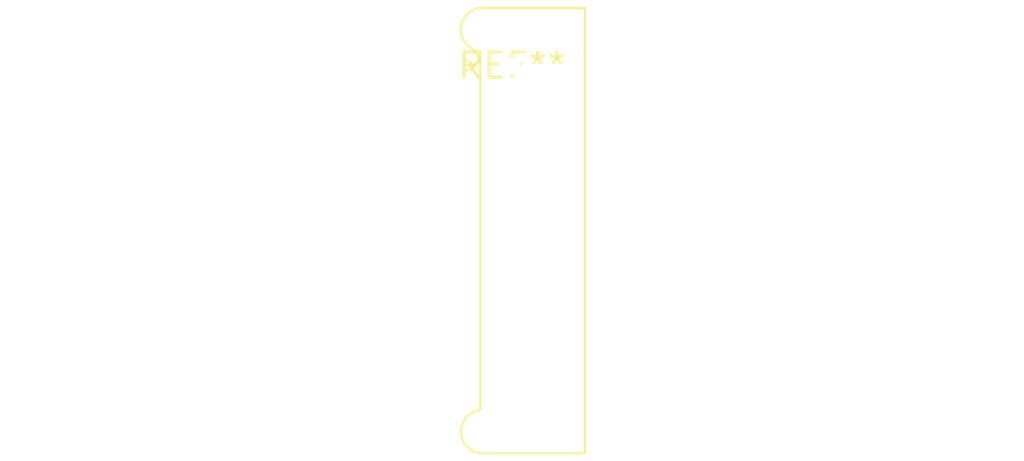
<source format=kicad_pcb>
(kicad_pcb (version 20240108) (generator pcbnew)
  (layers (0 "F.Cu" signal) (31 "B.Cu" signal) (34 "B.Paste" user) (35 "F.Paste" user) (36 "B.SilkS" user "B.Silkscreen") (37 "F.SilkS" user "F.Silkscreen") (38 "B.Mask" user) (39 "F.Mask" user) (44 "Edge.Cuts" user))
  (net 0 "")
  (footprint "Molex_Picoflex_90325-0014_2x07_P1.27mm_Vertical" (layer "F.Cu") (at 0 0)
    (property "Reference" "REF**")
    (property "Value" "Molex_Picoflex_90325-0014_2x07_P1.27mm_Vertical")
    (fp_line (start -2.38 -0.3) (end -2.38 0.3) (layer "F.SilkS") (stroke (width 0.12)))
    (fp_line (start -2.38 0.3) (end -1.78 0) (layer "F.SilkS") (stroke (width 0.12)))
    (fp_line (start -1.78 0) (end -2.38 -0.3) (layer "F.SilkS") (stroke (width 0.12)))
    (fp_line (start -1.61 -0.715) (end -1.61 17.225) (layer "F.SilkS") (stroke (width 0.12)))
    (fp_line (start -1.48 -2.885) (end 3.65 -2.885) (layer "F.SilkS") (stroke (width 0.12)))
    (fp_line (start 3.65 -2.885) (end 3.65 19.395) (layer "F.SilkS") (stroke (width 0.12)))
    (fp_line (start 3.65 19.395) (end -1.48 19.395) (layer "F.SilkS") (stroke (width 0.12)))
    (fp_arc (start -1.61 -0.72) (mid -2.56 -1.93) (end -1.35 -2.88) (layer "F.SilkS") (stroke (width 0.12)))
    (fp_arc (start -1.47 19.395) (mid -2.56 18.414526) (end -1.678256 17.24322) (layer "F.SilkS") (stroke (width 0.12)))
    (pad "" np_thru_hole circle (at -1.48 -1.8) (size 1.5 1.5) (drill 1.5) (layers *.Cu *.Mask))
    (pad "" np_thru_hole circle (at -1.48 18.31) (size 1.5 1.5) (drill 1.5) (layers *.Cu *.Mask))
    (pad "1" thru_hole roundrect (at 0 0) (size 1.8 1.3) (drill 0.8) (layers *.Cu *.Mask) (remove_unused_layers) (roundrect_rratio 0.192308))
    (pad "2" thru_hole oval (at 2.54 1.27) (size 1.8 1.3) (drill 0.8) (layers *.Cu *.Mask) (remove_unused_layers))
    (pad "3" thru_hole oval (at 0 2.54) (size 1.8 1.3) (drill 0.8) (layers *.Cu *.Mask) (remove_unused_layers))
    (pad "4" thru_hole oval (at 2.54 3.81) (size 1.8 1.3) (drill 0.8) (layers *.Cu *.Mask) (remove_unused_layers))
    (pad "5" thru_hole oval (at 0 5.08) (size 1.8 1.3) (drill 0.8) (layers *.Cu *.Mask) (remove_unused_layers))
    (pad "6" thru_hole oval (at 2.54 6.35) (size 1.8 1.3) (drill 0.8) (layers *.Cu *.Mask) (remove_unused_layers))
    (pad "7" thru_hole oval (at 0 7.62) (size 1.8 1.3) (drill 0.8) (layers *.Cu *.Mask) (remove_unused_layers))
    (pad "8" thru_hole oval (at 2.54 8.89) (size 1.8 1.3) (drill 0.8) (layers *.Cu *.Mask) (remove_unused_layers))
    (pad "9" thru_hole oval (at 0 10.16) (size 1.8 1.3) (drill 0.8) (layers *.Cu *.Mask) (remove_unused_layers))
    (pad "10" thru_hole oval (at 2.54 11.43) (size 1.8 1.3) (drill 0.8) (layers *.Cu *.Mask) (remove_unused_layers))
    (pad "11" thru_hole oval (at 0 12.7) (size 1.8 1.3) (drill 0.8) (layers *.Cu *.Mask) (remove_unused_layers))
    (pad "12" thru_hole oval (at 2.54 13.97) (size 1.8 1.3) (drill 0.8) (layers *.Cu *.Mask) (remove_unused_layers))
    (pad "13" thru_hole oval (at 0 15.24) (size 1.8 1.3) (drill 0.8) (layers *.Cu *.Mask) (remove_unused_layers))
    (pad "14" thru_hole oval (at 2.54 16.51) (size 1.8 1.3) (drill 0.8) (layers *.Cu *.Mask) (remove_unused_layers))
  )
)
</source>
